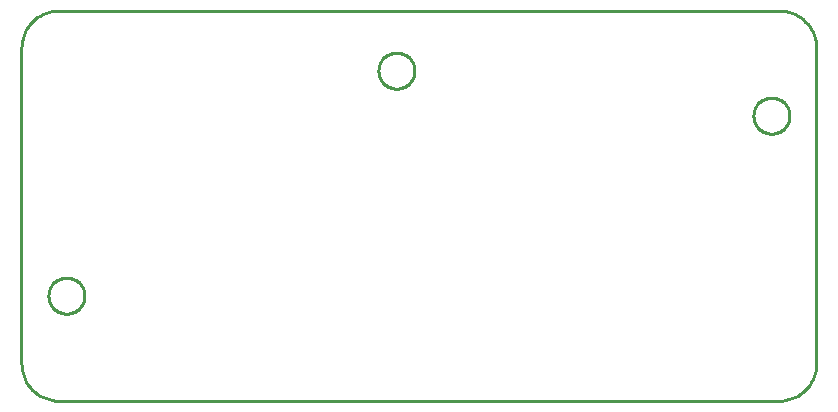
<source format=gbr>
G04 EAGLE Gerber RS-274X export*
G75*
%MOMM*%
%FSLAX34Y34*%
%LPD*%
%IN*%
%IPPOS*%
%AMOC8*
5,1,8,0,0,1.08239X$1,22.5*%
G01*
%ADD10C,0.254000*%


D10*
X0Y31750D02*
X121Y28983D01*
X482Y26237D01*
X1082Y23533D01*
X1915Y20891D01*
X2975Y18332D01*
X4254Y15875D01*
X5742Y13539D01*
X7428Y11342D01*
X9299Y9299D01*
X11342Y7428D01*
X13539Y5742D01*
X15875Y4254D01*
X18332Y2975D01*
X20891Y1915D01*
X23533Y1082D01*
X26237Y482D01*
X28983Y121D01*
X31750Y0D01*
X641350Y0D01*
X644117Y121D01*
X646863Y482D01*
X649568Y1082D01*
X652209Y1915D01*
X654768Y2975D01*
X657225Y4254D01*
X659561Y5742D01*
X661759Y7428D01*
X663801Y9299D01*
X665672Y11342D01*
X667358Y13539D01*
X668846Y15875D01*
X670125Y18332D01*
X671185Y20891D01*
X672018Y23533D01*
X672618Y26237D01*
X672979Y28983D01*
X673100Y31750D01*
X673100Y298450D01*
X672979Y301217D01*
X672618Y303963D01*
X672018Y306668D01*
X671185Y309309D01*
X670125Y311868D01*
X668846Y314325D01*
X667358Y316661D01*
X665672Y318859D01*
X663801Y320901D01*
X661759Y322772D01*
X659561Y324458D01*
X657225Y325946D01*
X654768Y327225D01*
X652209Y328285D01*
X649568Y329118D01*
X646863Y329718D01*
X644117Y330079D01*
X641350Y330200D01*
X31750Y330200D01*
X28983Y330079D01*
X26237Y329718D01*
X23533Y329118D01*
X20891Y328285D01*
X18332Y327225D01*
X15875Y325946D01*
X13539Y324458D01*
X11342Y322772D01*
X9299Y320901D01*
X7428Y318859D01*
X5742Y316661D01*
X4254Y314325D01*
X2975Y311868D01*
X1915Y309309D01*
X1082Y306668D01*
X482Y303963D01*
X121Y301217D01*
X0Y298450D01*
X0Y31750D01*
X332740Y278856D02*
X332662Y277770D01*
X332507Y276692D01*
X332276Y275629D01*
X331969Y274584D01*
X331589Y273564D01*
X331137Y272574D01*
X330615Y271619D01*
X330026Y270703D01*
X329374Y269831D01*
X328661Y269009D01*
X327891Y268239D01*
X327069Y267526D01*
X326197Y266874D01*
X325281Y266285D01*
X324326Y265763D01*
X323336Y265311D01*
X322316Y264931D01*
X321271Y264624D01*
X320208Y264393D01*
X319130Y264238D01*
X318044Y264160D01*
X316956Y264160D01*
X315870Y264238D01*
X314792Y264393D01*
X313729Y264624D01*
X312684Y264931D01*
X311664Y265311D01*
X310674Y265763D01*
X309719Y266285D01*
X308803Y266874D01*
X307931Y267526D01*
X307109Y268239D01*
X306339Y269009D01*
X305626Y269831D01*
X304974Y270703D01*
X304385Y271619D01*
X303863Y272574D01*
X303411Y273564D01*
X303031Y274584D01*
X302724Y275629D01*
X302493Y276692D01*
X302338Y277770D01*
X302260Y278856D01*
X302260Y279944D01*
X302338Y281030D01*
X302493Y282108D01*
X302724Y283171D01*
X303031Y284216D01*
X303411Y285236D01*
X303863Y286226D01*
X304385Y287181D01*
X304974Y288097D01*
X305626Y288969D01*
X306339Y289791D01*
X307109Y290561D01*
X307931Y291274D01*
X308803Y291926D01*
X309719Y292515D01*
X310674Y293037D01*
X311664Y293489D01*
X312684Y293869D01*
X313729Y294176D01*
X314792Y294407D01*
X315870Y294562D01*
X316956Y294640D01*
X318044Y294640D01*
X319130Y294562D01*
X320208Y294407D01*
X321271Y294176D01*
X322316Y293869D01*
X323336Y293489D01*
X324326Y293037D01*
X325281Y292515D01*
X326197Y291926D01*
X327069Y291274D01*
X327891Y290561D01*
X328661Y289791D01*
X329374Y288969D01*
X330026Y288097D01*
X330615Y287181D01*
X331137Y286226D01*
X331589Y285236D01*
X331969Y284216D01*
X332276Y283171D01*
X332507Y282108D01*
X332662Y281030D01*
X332740Y279944D01*
X332740Y278856D01*
X53340Y88356D02*
X53262Y87270D01*
X53107Y86192D01*
X52876Y85129D01*
X52569Y84084D01*
X52189Y83064D01*
X51737Y82074D01*
X51215Y81119D01*
X50626Y80203D01*
X49974Y79331D01*
X49261Y78509D01*
X48491Y77739D01*
X47669Y77026D01*
X46797Y76374D01*
X45881Y75785D01*
X44926Y75263D01*
X43936Y74811D01*
X42916Y74431D01*
X41871Y74124D01*
X40808Y73893D01*
X39730Y73738D01*
X38644Y73660D01*
X37556Y73660D01*
X36470Y73738D01*
X35392Y73893D01*
X34329Y74124D01*
X33284Y74431D01*
X32264Y74811D01*
X31274Y75263D01*
X30319Y75785D01*
X29403Y76374D01*
X28531Y77026D01*
X27709Y77739D01*
X26939Y78509D01*
X26226Y79331D01*
X25574Y80203D01*
X24985Y81119D01*
X24463Y82074D01*
X24011Y83064D01*
X23631Y84084D01*
X23324Y85129D01*
X23093Y86192D01*
X22938Y87270D01*
X22860Y88356D01*
X22860Y89444D01*
X22938Y90530D01*
X23093Y91608D01*
X23324Y92671D01*
X23631Y93716D01*
X24011Y94736D01*
X24463Y95726D01*
X24985Y96681D01*
X25574Y97597D01*
X26226Y98469D01*
X26939Y99291D01*
X27709Y100061D01*
X28531Y100774D01*
X29403Y101426D01*
X30319Y102015D01*
X31274Y102537D01*
X32264Y102989D01*
X33284Y103369D01*
X34329Y103676D01*
X35392Y103907D01*
X36470Y104062D01*
X37556Y104140D01*
X38644Y104140D01*
X39730Y104062D01*
X40808Y103907D01*
X41871Y103676D01*
X42916Y103369D01*
X43936Y102989D01*
X44926Y102537D01*
X45881Y102015D01*
X46797Y101426D01*
X47669Y100774D01*
X48491Y100061D01*
X49261Y99291D01*
X49974Y98469D01*
X50626Y97597D01*
X51215Y96681D01*
X51737Y95726D01*
X52189Y94736D01*
X52569Y93716D01*
X52876Y92671D01*
X53107Y91608D01*
X53262Y90530D01*
X53340Y89444D01*
X53340Y88356D01*
X650240Y240756D02*
X650162Y239670D01*
X650007Y238592D01*
X649776Y237529D01*
X649469Y236484D01*
X649089Y235464D01*
X648637Y234474D01*
X648115Y233519D01*
X647526Y232603D01*
X646874Y231731D01*
X646161Y230909D01*
X645391Y230139D01*
X644569Y229426D01*
X643697Y228774D01*
X642781Y228185D01*
X641826Y227663D01*
X640836Y227211D01*
X639816Y226831D01*
X638771Y226524D01*
X637708Y226293D01*
X636630Y226138D01*
X635544Y226060D01*
X634456Y226060D01*
X633370Y226138D01*
X632292Y226293D01*
X631229Y226524D01*
X630184Y226831D01*
X629164Y227211D01*
X628174Y227663D01*
X627219Y228185D01*
X626303Y228774D01*
X625431Y229426D01*
X624609Y230139D01*
X623839Y230909D01*
X623126Y231731D01*
X622474Y232603D01*
X621885Y233519D01*
X621363Y234474D01*
X620911Y235464D01*
X620531Y236484D01*
X620224Y237529D01*
X619993Y238592D01*
X619838Y239670D01*
X619760Y240756D01*
X619760Y241844D01*
X619838Y242930D01*
X619993Y244008D01*
X620224Y245071D01*
X620531Y246116D01*
X620911Y247136D01*
X621363Y248126D01*
X621885Y249081D01*
X622474Y249997D01*
X623126Y250869D01*
X623839Y251691D01*
X624609Y252461D01*
X625431Y253174D01*
X626303Y253826D01*
X627219Y254415D01*
X628174Y254937D01*
X629164Y255389D01*
X630184Y255769D01*
X631229Y256076D01*
X632292Y256307D01*
X633370Y256462D01*
X634456Y256540D01*
X635544Y256540D01*
X636630Y256462D01*
X637708Y256307D01*
X638771Y256076D01*
X639816Y255769D01*
X640836Y255389D01*
X641826Y254937D01*
X642781Y254415D01*
X643697Y253826D01*
X644569Y253174D01*
X645391Y252461D01*
X646161Y251691D01*
X646874Y250869D01*
X647526Y249997D01*
X648115Y249081D01*
X648637Y248126D01*
X649089Y247136D01*
X649469Y246116D01*
X649776Y245071D01*
X650007Y244008D01*
X650162Y242930D01*
X650240Y241844D01*
X650240Y240756D01*
M02*

</source>
